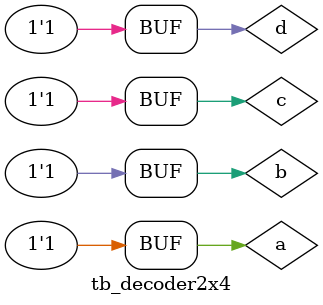
<source format=v>
/*--  *******************************************************
--  Computer Architecture Course, Laboratory Sources 
--  Amirkabir University of Technology (Tehran Polytechnic)
--  Department of Computer Engineering (CE-AUT)
--  https://ce[dot]aut[dot]ac[dot]ir
--  *******************************************************
--  All Rights reserved (C) 2019-2020
--  *******************************************************
--  Student ID  : 9831075
--  Student Name: Mina Beiki
--  Student Mail: 
--  *******************************************************
--  Additional Comments:
--
--*/

/*-----------------------------------------------------------
---  Module Name:  Function Testbench
---  Description: Lab 05 Part 4 
-----------------------------------------------------------*/
`timescale 1 ns/1 ns


module tb_decoder2x4 ();

	
reg a;
reg b;
reg c;
reg d;
 
wire f;
	function4x1 test_function4x1 (.a(a), .b(b), .c(c), .d(d), .f(f));


	initial 
		begin
		a <= 1'b0; b <= 1'b0; c <= 1'b0; d <= 1'b0;
		# 10 ;
		a <= 1'b0; b <= 1'b0; c <= 1'b0; d <= 1'b1;
		# 10 ;
		a <= 1'b0; b <= 1'b0; c <= 1'b1; d <= 1'b0;
		# 10 ;
		a <= 1'b0; b <= 1'b0; c <= 1'b1; d <= 1'b1;
		#10
		a <= 1'b0; b <= 1'b1; c <= 1'b0; d <= 1'b0;
		#10
		a <= 1'b0; b <= 1'b1; c <= 1'b0; d <= 1'b1;
		#10
		a <= 1'b0; b <= 1'b1; c <= 1'b1; d <= 1'b0;
		#10
		a <= 1'b0; b <= 1'b1; c <= 1'b1; d <= 1'b1;
		#10
		a <= 1'b1; b <= 1'b0; c <= 1'b0; d <= 1'b0;
		#10
		a <= 1'b1; b <= 1'b0; c <= 1'b0; d <= 1'b1;
		#10
		a <= 1'b1; b <= 1'b0; c <= 1'b1; d <= 1'b0;
		#10
		a <= 1'b1; b <= 1'b0; c <= 1'b1; d <= 1'b1;
		#10
		a <= 1'b1; b <= 1'b1; c <= 1'b0; d <= 1'b0;
		#10
		a <= 1'b1; b <= 1'b1; c <= 1'b0; d <= 1'b1;
		#10
		a <= 1'b1; b <= 1'b1; c <= 1'b1; d <= 1'b0;
		#10
		a <= 1'b1; b <= 1'b1; c <= 1'b1; d <= 1'b1;
	end

endmodule
</source>
